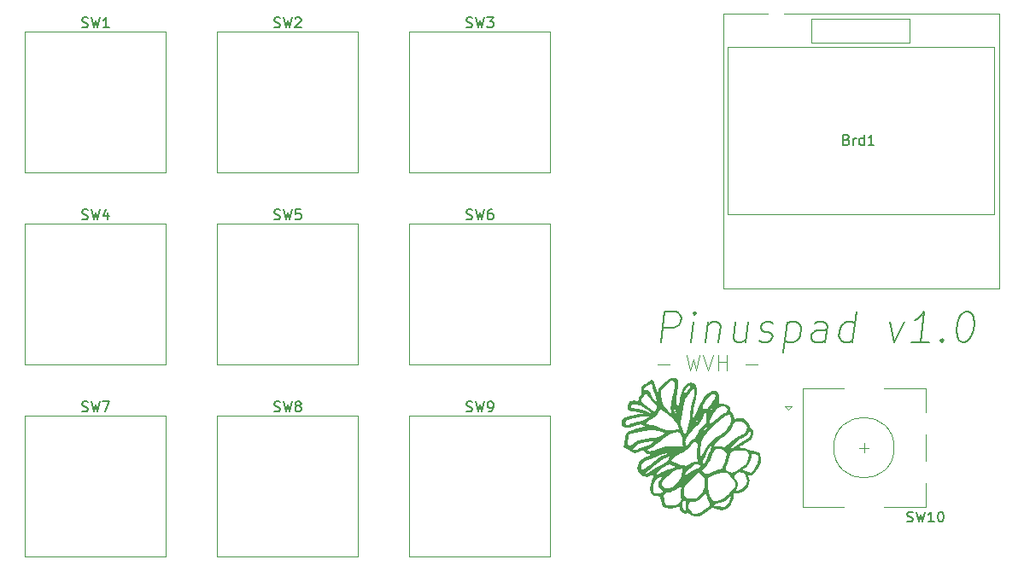
<source format=gto>
%TF.GenerationSoftware,KiCad,Pcbnew,9.0.0*%
%TF.CreationDate,2025-03-01T22:53:14+02:00*%
%TF.ProjectId,hackpad,6861636b-7061-4642-9e6b-696361645f70,rev?*%
%TF.SameCoordinates,Original*%
%TF.FileFunction,Legend,Top*%
%TF.FilePolarity,Positive*%
%FSLAX46Y46*%
G04 Gerber Fmt 4.6, Leading zero omitted, Abs format (unit mm)*
G04 Created by KiCad (PCBNEW 9.0.0) date 2025-03-01 22:53:14*
%MOMM*%
%LPD*%
G01*
G04 APERTURE LIST*
%ADD10C,0.100000*%
%ADD11C,0.200000*%
%ADD12C,0.150000*%
%ADD13C,0.000000*%
%ADD14C,0.120000*%
%ADD15R,2.000000X2.000000*%
%ADD16C,2.000000*%
%ADD17C,3.200000*%
%ADD18C,1.700000*%
%ADD19C,4.000000*%
%ADD20C,2.200000*%
%ADD21O,1.600000X2.000000*%
%ADD22R,1.600000X1.600000*%
%ADD23O,1.600000X1.600000*%
%ADD24C,1.400000*%
%ADD25O,1.400000X1.400000*%
%ADD26C,1.524000*%
G04 APERTURE END LIST*
D10*
X224822931Y-97439800D02*
X225965789Y-97439800D01*
X227680074Y-96511228D02*
X228037217Y-98011228D01*
X228037217Y-98011228D02*
X228322931Y-96939800D01*
X228322931Y-96939800D02*
X228608646Y-98011228D01*
X228608646Y-98011228D02*
X228965789Y-96511228D01*
X229322932Y-96511228D02*
X229822932Y-98011228D01*
X229822932Y-98011228D02*
X230322932Y-96511228D01*
X230822931Y-98011228D02*
X230822931Y-96511228D01*
X230822931Y-97225514D02*
X231680074Y-97225514D01*
X231680074Y-98011228D02*
X231680074Y-96511228D01*
X233537217Y-97439800D02*
X234680075Y-97439800D01*
D11*
X225125000Y-95222457D02*
X225500000Y-92222457D01*
X225500000Y-92222457D02*
X226642857Y-92222457D01*
X226642857Y-92222457D02*
X226910714Y-92365314D01*
X226910714Y-92365314D02*
X227035714Y-92508171D01*
X227035714Y-92508171D02*
X227142857Y-92793885D01*
X227142857Y-92793885D02*
X227089286Y-93222457D01*
X227089286Y-93222457D02*
X226910714Y-93508171D01*
X226910714Y-93508171D02*
X226750000Y-93651028D01*
X226750000Y-93651028D02*
X226446429Y-93793885D01*
X226446429Y-93793885D02*
X225303572Y-93793885D01*
X228125000Y-95222457D02*
X228375000Y-93222457D01*
X228500000Y-92222457D02*
X228339286Y-92365314D01*
X228339286Y-92365314D02*
X228464286Y-92508171D01*
X228464286Y-92508171D02*
X228625000Y-92365314D01*
X228625000Y-92365314D02*
X228500000Y-92222457D01*
X228500000Y-92222457D02*
X228464286Y-92508171D01*
X229803571Y-93222457D02*
X229553571Y-95222457D01*
X229767857Y-93508171D02*
X229928571Y-93365314D01*
X229928571Y-93365314D02*
X230232143Y-93222457D01*
X230232143Y-93222457D02*
X230660714Y-93222457D01*
X230660714Y-93222457D02*
X230928571Y-93365314D01*
X230928571Y-93365314D02*
X231035714Y-93651028D01*
X231035714Y-93651028D02*
X230839285Y-95222457D01*
X233803571Y-93222457D02*
X233553571Y-95222457D01*
X232517857Y-93222457D02*
X232321429Y-94793885D01*
X232321429Y-94793885D02*
X232428571Y-95079600D01*
X232428571Y-95079600D02*
X232696429Y-95222457D01*
X232696429Y-95222457D02*
X233125000Y-95222457D01*
X233125000Y-95222457D02*
X233428571Y-95079600D01*
X233428571Y-95079600D02*
X233589286Y-94936742D01*
X234857143Y-95079600D02*
X235125000Y-95222457D01*
X235125000Y-95222457D02*
X235696429Y-95222457D01*
X235696429Y-95222457D02*
X236000000Y-95079600D01*
X236000000Y-95079600D02*
X236178572Y-94793885D01*
X236178572Y-94793885D02*
X236196429Y-94651028D01*
X236196429Y-94651028D02*
X236089286Y-94365314D01*
X236089286Y-94365314D02*
X235821429Y-94222457D01*
X235821429Y-94222457D02*
X235392857Y-94222457D01*
X235392857Y-94222457D02*
X235125000Y-94079600D01*
X235125000Y-94079600D02*
X235017857Y-93793885D01*
X235017857Y-93793885D02*
X235035715Y-93651028D01*
X235035715Y-93651028D02*
X235214286Y-93365314D01*
X235214286Y-93365314D02*
X235517857Y-93222457D01*
X235517857Y-93222457D02*
X235946429Y-93222457D01*
X235946429Y-93222457D02*
X236214286Y-93365314D01*
X237660714Y-93222457D02*
X237285714Y-96222457D01*
X237642857Y-93365314D02*
X237946428Y-93222457D01*
X237946428Y-93222457D02*
X238517857Y-93222457D01*
X238517857Y-93222457D02*
X238785714Y-93365314D01*
X238785714Y-93365314D02*
X238910714Y-93508171D01*
X238910714Y-93508171D02*
X239017857Y-93793885D01*
X239017857Y-93793885D02*
X238910714Y-94651028D01*
X238910714Y-94651028D02*
X238732143Y-94936742D01*
X238732143Y-94936742D02*
X238571428Y-95079600D01*
X238571428Y-95079600D02*
X238267857Y-95222457D01*
X238267857Y-95222457D02*
X237696428Y-95222457D01*
X237696428Y-95222457D02*
X237428571Y-95079600D01*
X241410714Y-95222457D02*
X241607143Y-93651028D01*
X241607143Y-93651028D02*
X241500000Y-93365314D01*
X241500000Y-93365314D02*
X241232143Y-93222457D01*
X241232143Y-93222457D02*
X240660714Y-93222457D01*
X240660714Y-93222457D02*
X240357143Y-93365314D01*
X241428572Y-95079600D02*
X241125000Y-95222457D01*
X241125000Y-95222457D02*
X240410714Y-95222457D01*
X240410714Y-95222457D02*
X240142857Y-95079600D01*
X240142857Y-95079600D02*
X240035714Y-94793885D01*
X240035714Y-94793885D02*
X240071429Y-94508171D01*
X240071429Y-94508171D02*
X240250000Y-94222457D01*
X240250000Y-94222457D02*
X240553572Y-94079600D01*
X240553572Y-94079600D02*
X241267857Y-94079600D01*
X241267857Y-94079600D02*
X241571429Y-93936742D01*
X244125000Y-95222457D02*
X244500000Y-92222457D01*
X244142858Y-95079600D02*
X243839286Y-95222457D01*
X243839286Y-95222457D02*
X243267858Y-95222457D01*
X243267858Y-95222457D02*
X243000000Y-95079600D01*
X243000000Y-95079600D02*
X242875000Y-94936742D01*
X242875000Y-94936742D02*
X242767858Y-94651028D01*
X242767858Y-94651028D02*
X242875000Y-93793885D01*
X242875000Y-93793885D02*
X243053572Y-93508171D01*
X243053572Y-93508171D02*
X243214286Y-93365314D01*
X243214286Y-93365314D02*
X243517858Y-93222457D01*
X243517858Y-93222457D02*
X244089286Y-93222457D01*
X244089286Y-93222457D02*
X244357143Y-93365314D01*
X247803572Y-93222457D02*
X248267858Y-95222457D01*
X248267858Y-95222457D02*
X249232143Y-93222457D01*
X251696429Y-95222457D02*
X249982143Y-95222457D01*
X250839286Y-95222457D02*
X251214286Y-92222457D01*
X251214286Y-92222457D02*
X250875000Y-92651028D01*
X250875000Y-92651028D02*
X250553572Y-92936742D01*
X250553572Y-92936742D02*
X250250000Y-93079600D01*
X253017857Y-94936742D02*
X253142857Y-95079600D01*
X253142857Y-95079600D02*
X252982143Y-95222457D01*
X252982143Y-95222457D02*
X252857143Y-95079600D01*
X252857143Y-95079600D02*
X253017857Y-94936742D01*
X253017857Y-94936742D02*
X252982143Y-95222457D01*
X255357143Y-92222457D02*
X255642857Y-92222457D01*
X255642857Y-92222457D02*
X255910714Y-92365314D01*
X255910714Y-92365314D02*
X256035714Y-92508171D01*
X256035714Y-92508171D02*
X256142857Y-92793885D01*
X256142857Y-92793885D02*
X256214286Y-93365314D01*
X256214286Y-93365314D02*
X256125000Y-94079600D01*
X256125000Y-94079600D02*
X255910714Y-94651028D01*
X255910714Y-94651028D02*
X255732143Y-94936742D01*
X255732143Y-94936742D02*
X255571428Y-95079600D01*
X255571428Y-95079600D02*
X255267857Y-95222457D01*
X255267857Y-95222457D02*
X254982143Y-95222457D01*
X254982143Y-95222457D02*
X254714286Y-95079600D01*
X254714286Y-95079600D02*
X254589286Y-94936742D01*
X254589286Y-94936742D02*
X254482143Y-94651028D01*
X254482143Y-94651028D02*
X254410714Y-94079600D01*
X254410714Y-94079600D02*
X254500000Y-93365314D01*
X254500000Y-93365314D02*
X254714286Y-92793885D01*
X254714286Y-92793885D02*
X254892857Y-92508171D01*
X254892857Y-92508171D02*
X255053571Y-92365314D01*
X255053571Y-92365314D02*
X255357143Y-92222457D01*
D12*
X249540476Y-113007200D02*
X249683333Y-113054819D01*
X249683333Y-113054819D02*
X249921428Y-113054819D01*
X249921428Y-113054819D02*
X250016666Y-113007200D01*
X250016666Y-113007200D02*
X250064285Y-112959580D01*
X250064285Y-112959580D02*
X250111904Y-112864342D01*
X250111904Y-112864342D02*
X250111904Y-112769104D01*
X250111904Y-112769104D02*
X250064285Y-112673866D01*
X250064285Y-112673866D02*
X250016666Y-112626247D01*
X250016666Y-112626247D02*
X249921428Y-112578628D01*
X249921428Y-112578628D02*
X249730952Y-112531009D01*
X249730952Y-112531009D02*
X249635714Y-112483390D01*
X249635714Y-112483390D02*
X249588095Y-112435771D01*
X249588095Y-112435771D02*
X249540476Y-112340533D01*
X249540476Y-112340533D02*
X249540476Y-112245295D01*
X249540476Y-112245295D02*
X249588095Y-112150057D01*
X249588095Y-112150057D02*
X249635714Y-112102438D01*
X249635714Y-112102438D02*
X249730952Y-112054819D01*
X249730952Y-112054819D02*
X249969047Y-112054819D01*
X249969047Y-112054819D02*
X250111904Y-112102438D01*
X250445238Y-112054819D02*
X250683333Y-113054819D01*
X250683333Y-113054819D02*
X250873809Y-112340533D01*
X250873809Y-112340533D02*
X251064285Y-113054819D01*
X251064285Y-113054819D02*
X251302381Y-112054819D01*
X252207142Y-113054819D02*
X251635714Y-113054819D01*
X251921428Y-113054819D02*
X251921428Y-112054819D01*
X251921428Y-112054819D02*
X251826190Y-112197676D01*
X251826190Y-112197676D02*
X251730952Y-112292914D01*
X251730952Y-112292914D02*
X251635714Y-112340533D01*
X252826190Y-112054819D02*
X252921428Y-112054819D01*
X252921428Y-112054819D02*
X253016666Y-112102438D01*
X253016666Y-112102438D02*
X253064285Y-112150057D01*
X253064285Y-112150057D02*
X253111904Y-112245295D01*
X253111904Y-112245295D02*
X253159523Y-112435771D01*
X253159523Y-112435771D02*
X253159523Y-112673866D01*
X253159523Y-112673866D02*
X253111904Y-112864342D01*
X253111904Y-112864342D02*
X253064285Y-112959580D01*
X253064285Y-112959580D02*
X253016666Y-113007200D01*
X253016666Y-113007200D02*
X252921428Y-113054819D01*
X252921428Y-113054819D02*
X252826190Y-113054819D01*
X252826190Y-113054819D02*
X252730952Y-113007200D01*
X252730952Y-113007200D02*
X252683333Y-112959580D01*
X252683333Y-112959580D02*
X252635714Y-112864342D01*
X252635714Y-112864342D02*
X252588095Y-112673866D01*
X252588095Y-112673866D02*
X252588095Y-112435771D01*
X252588095Y-112435771D02*
X252635714Y-112245295D01*
X252635714Y-112245295D02*
X252683333Y-112150057D01*
X252683333Y-112150057D02*
X252730952Y-112102438D01*
X252730952Y-112102438D02*
X252826190Y-112054819D01*
X186785417Y-83020700D02*
X186928274Y-83068319D01*
X186928274Y-83068319D02*
X187166369Y-83068319D01*
X187166369Y-83068319D02*
X187261607Y-83020700D01*
X187261607Y-83020700D02*
X187309226Y-82973080D01*
X187309226Y-82973080D02*
X187356845Y-82877842D01*
X187356845Y-82877842D02*
X187356845Y-82782604D01*
X187356845Y-82782604D02*
X187309226Y-82687366D01*
X187309226Y-82687366D02*
X187261607Y-82639747D01*
X187261607Y-82639747D02*
X187166369Y-82592128D01*
X187166369Y-82592128D02*
X186975893Y-82544509D01*
X186975893Y-82544509D02*
X186880655Y-82496890D01*
X186880655Y-82496890D02*
X186833036Y-82449271D01*
X186833036Y-82449271D02*
X186785417Y-82354033D01*
X186785417Y-82354033D02*
X186785417Y-82258795D01*
X186785417Y-82258795D02*
X186833036Y-82163557D01*
X186833036Y-82163557D02*
X186880655Y-82115938D01*
X186880655Y-82115938D02*
X186975893Y-82068319D01*
X186975893Y-82068319D02*
X187213988Y-82068319D01*
X187213988Y-82068319D02*
X187356845Y-82115938D01*
X187690179Y-82068319D02*
X187928274Y-83068319D01*
X187928274Y-83068319D02*
X188118750Y-82354033D01*
X188118750Y-82354033D02*
X188309226Y-83068319D01*
X188309226Y-83068319D02*
X188547322Y-82068319D01*
X189404464Y-82068319D02*
X188928274Y-82068319D01*
X188928274Y-82068319D02*
X188880655Y-82544509D01*
X188880655Y-82544509D02*
X188928274Y-82496890D01*
X188928274Y-82496890D02*
X189023512Y-82449271D01*
X189023512Y-82449271D02*
X189261607Y-82449271D01*
X189261607Y-82449271D02*
X189356845Y-82496890D01*
X189356845Y-82496890D02*
X189404464Y-82544509D01*
X189404464Y-82544509D02*
X189452083Y-82639747D01*
X189452083Y-82639747D02*
X189452083Y-82877842D01*
X189452083Y-82877842D02*
X189404464Y-82973080D01*
X189404464Y-82973080D02*
X189356845Y-83020700D01*
X189356845Y-83020700D02*
X189261607Y-83068319D01*
X189261607Y-83068319D02*
X189023512Y-83068319D01*
X189023512Y-83068319D02*
X188928274Y-83020700D01*
X188928274Y-83020700D02*
X188880655Y-82973080D01*
X205835417Y-83020700D02*
X205978274Y-83068319D01*
X205978274Y-83068319D02*
X206216369Y-83068319D01*
X206216369Y-83068319D02*
X206311607Y-83020700D01*
X206311607Y-83020700D02*
X206359226Y-82973080D01*
X206359226Y-82973080D02*
X206406845Y-82877842D01*
X206406845Y-82877842D02*
X206406845Y-82782604D01*
X206406845Y-82782604D02*
X206359226Y-82687366D01*
X206359226Y-82687366D02*
X206311607Y-82639747D01*
X206311607Y-82639747D02*
X206216369Y-82592128D01*
X206216369Y-82592128D02*
X206025893Y-82544509D01*
X206025893Y-82544509D02*
X205930655Y-82496890D01*
X205930655Y-82496890D02*
X205883036Y-82449271D01*
X205883036Y-82449271D02*
X205835417Y-82354033D01*
X205835417Y-82354033D02*
X205835417Y-82258795D01*
X205835417Y-82258795D02*
X205883036Y-82163557D01*
X205883036Y-82163557D02*
X205930655Y-82115938D01*
X205930655Y-82115938D02*
X206025893Y-82068319D01*
X206025893Y-82068319D02*
X206263988Y-82068319D01*
X206263988Y-82068319D02*
X206406845Y-82115938D01*
X206740179Y-82068319D02*
X206978274Y-83068319D01*
X206978274Y-83068319D02*
X207168750Y-82354033D01*
X207168750Y-82354033D02*
X207359226Y-83068319D01*
X207359226Y-83068319D02*
X207597322Y-82068319D01*
X208406845Y-82068319D02*
X208216369Y-82068319D01*
X208216369Y-82068319D02*
X208121131Y-82115938D01*
X208121131Y-82115938D02*
X208073512Y-82163557D01*
X208073512Y-82163557D02*
X207978274Y-82306414D01*
X207978274Y-82306414D02*
X207930655Y-82496890D01*
X207930655Y-82496890D02*
X207930655Y-82877842D01*
X207930655Y-82877842D02*
X207978274Y-82973080D01*
X207978274Y-82973080D02*
X208025893Y-83020700D01*
X208025893Y-83020700D02*
X208121131Y-83068319D01*
X208121131Y-83068319D02*
X208311607Y-83068319D01*
X208311607Y-83068319D02*
X208406845Y-83020700D01*
X208406845Y-83020700D02*
X208454464Y-82973080D01*
X208454464Y-82973080D02*
X208502083Y-82877842D01*
X208502083Y-82877842D02*
X208502083Y-82639747D01*
X208502083Y-82639747D02*
X208454464Y-82544509D01*
X208454464Y-82544509D02*
X208406845Y-82496890D01*
X208406845Y-82496890D02*
X208311607Y-82449271D01*
X208311607Y-82449271D02*
X208121131Y-82449271D01*
X208121131Y-82449271D02*
X208025893Y-82496890D01*
X208025893Y-82496890D02*
X207978274Y-82544509D01*
X207978274Y-82544509D02*
X207930655Y-82639747D01*
X186785417Y-102070700D02*
X186928274Y-102118319D01*
X186928274Y-102118319D02*
X187166369Y-102118319D01*
X187166369Y-102118319D02*
X187261607Y-102070700D01*
X187261607Y-102070700D02*
X187309226Y-102023080D01*
X187309226Y-102023080D02*
X187356845Y-101927842D01*
X187356845Y-101927842D02*
X187356845Y-101832604D01*
X187356845Y-101832604D02*
X187309226Y-101737366D01*
X187309226Y-101737366D02*
X187261607Y-101689747D01*
X187261607Y-101689747D02*
X187166369Y-101642128D01*
X187166369Y-101642128D02*
X186975893Y-101594509D01*
X186975893Y-101594509D02*
X186880655Y-101546890D01*
X186880655Y-101546890D02*
X186833036Y-101499271D01*
X186833036Y-101499271D02*
X186785417Y-101404033D01*
X186785417Y-101404033D02*
X186785417Y-101308795D01*
X186785417Y-101308795D02*
X186833036Y-101213557D01*
X186833036Y-101213557D02*
X186880655Y-101165938D01*
X186880655Y-101165938D02*
X186975893Y-101118319D01*
X186975893Y-101118319D02*
X187213988Y-101118319D01*
X187213988Y-101118319D02*
X187356845Y-101165938D01*
X187690179Y-101118319D02*
X187928274Y-102118319D01*
X187928274Y-102118319D02*
X188118750Y-101404033D01*
X188118750Y-101404033D02*
X188309226Y-102118319D01*
X188309226Y-102118319D02*
X188547322Y-101118319D01*
X189071131Y-101546890D02*
X188975893Y-101499271D01*
X188975893Y-101499271D02*
X188928274Y-101451652D01*
X188928274Y-101451652D02*
X188880655Y-101356414D01*
X188880655Y-101356414D02*
X188880655Y-101308795D01*
X188880655Y-101308795D02*
X188928274Y-101213557D01*
X188928274Y-101213557D02*
X188975893Y-101165938D01*
X188975893Y-101165938D02*
X189071131Y-101118319D01*
X189071131Y-101118319D02*
X189261607Y-101118319D01*
X189261607Y-101118319D02*
X189356845Y-101165938D01*
X189356845Y-101165938D02*
X189404464Y-101213557D01*
X189404464Y-101213557D02*
X189452083Y-101308795D01*
X189452083Y-101308795D02*
X189452083Y-101356414D01*
X189452083Y-101356414D02*
X189404464Y-101451652D01*
X189404464Y-101451652D02*
X189356845Y-101499271D01*
X189356845Y-101499271D02*
X189261607Y-101546890D01*
X189261607Y-101546890D02*
X189071131Y-101546890D01*
X189071131Y-101546890D02*
X188975893Y-101594509D01*
X188975893Y-101594509D02*
X188928274Y-101642128D01*
X188928274Y-101642128D02*
X188880655Y-101737366D01*
X188880655Y-101737366D02*
X188880655Y-101927842D01*
X188880655Y-101927842D02*
X188928274Y-102023080D01*
X188928274Y-102023080D02*
X188975893Y-102070700D01*
X188975893Y-102070700D02*
X189071131Y-102118319D01*
X189071131Y-102118319D02*
X189261607Y-102118319D01*
X189261607Y-102118319D02*
X189356845Y-102070700D01*
X189356845Y-102070700D02*
X189404464Y-102023080D01*
X189404464Y-102023080D02*
X189452083Y-101927842D01*
X189452083Y-101927842D02*
X189452083Y-101737366D01*
X189452083Y-101737366D02*
X189404464Y-101642128D01*
X189404464Y-101642128D02*
X189356845Y-101594509D01*
X189356845Y-101594509D02*
X189261607Y-101546890D01*
X243533333Y-75135009D02*
X243676190Y-75182628D01*
X243676190Y-75182628D02*
X243723809Y-75230247D01*
X243723809Y-75230247D02*
X243771428Y-75325485D01*
X243771428Y-75325485D02*
X243771428Y-75468342D01*
X243771428Y-75468342D02*
X243723809Y-75563580D01*
X243723809Y-75563580D02*
X243676190Y-75611200D01*
X243676190Y-75611200D02*
X243580952Y-75658819D01*
X243580952Y-75658819D02*
X243200000Y-75658819D01*
X243200000Y-75658819D02*
X243200000Y-74658819D01*
X243200000Y-74658819D02*
X243533333Y-74658819D01*
X243533333Y-74658819D02*
X243628571Y-74706438D01*
X243628571Y-74706438D02*
X243676190Y-74754057D01*
X243676190Y-74754057D02*
X243723809Y-74849295D01*
X243723809Y-74849295D02*
X243723809Y-74944533D01*
X243723809Y-74944533D02*
X243676190Y-75039771D01*
X243676190Y-75039771D02*
X243628571Y-75087390D01*
X243628571Y-75087390D02*
X243533333Y-75135009D01*
X243533333Y-75135009D02*
X243200000Y-75135009D01*
X244200000Y-75658819D02*
X244200000Y-74992152D01*
X244200000Y-75182628D02*
X244247619Y-75087390D01*
X244247619Y-75087390D02*
X244295238Y-75039771D01*
X244295238Y-75039771D02*
X244390476Y-74992152D01*
X244390476Y-74992152D02*
X244485714Y-74992152D01*
X245247619Y-75658819D02*
X245247619Y-74658819D01*
X245247619Y-75611200D02*
X245152381Y-75658819D01*
X245152381Y-75658819D02*
X244961905Y-75658819D01*
X244961905Y-75658819D02*
X244866667Y-75611200D01*
X244866667Y-75611200D02*
X244819048Y-75563580D01*
X244819048Y-75563580D02*
X244771429Y-75468342D01*
X244771429Y-75468342D02*
X244771429Y-75182628D01*
X244771429Y-75182628D02*
X244819048Y-75087390D01*
X244819048Y-75087390D02*
X244866667Y-75039771D01*
X244866667Y-75039771D02*
X244961905Y-74992152D01*
X244961905Y-74992152D02*
X245152381Y-74992152D01*
X245152381Y-74992152D02*
X245247619Y-75039771D01*
X246247619Y-75658819D02*
X245676191Y-75658819D01*
X245961905Y-75658819D02*
X245961905Y-74658819D01*
X245961905Y-74658819D02*
X245866667Y-74801676D01*
X245866667Y-74801676D02*
X245771429Y-74896914D01*
X245771429Y-74896914D02*
X245676191Y-74944533D01*
X205835417Y-63970700D02*
X205978274Y-64018319D01*
X205978274Y-64018319D02*
X206216369Y-64018319D01*
X206216369Y-64018319D02*
X206311607Y-63970700D01*
X206311607Y-63970700D02*
X206359226Y-63923080D01*
X206359226Y-63923080D02*
X206406845Y-63827842D01*
X206406845Y-63827842D02*
X206406845Y-63732604D01*
X206406845Y-63732604D02*
X206359226Y-63637366D01*
X206359226Y-63637366D02*
X206311607Y-63589747D01*
X206311607Y-63589747D02*
X206216369Y-63542128D01*
X206216369Y-63542128D02*
X206025893Y-63494509D01*
X206025893Y-63494509D02*
X205930655Y-63446890D01*
X205930655Y-63446890D02*
X205883036Y-63399271D01*
X205883036Y-63399271D02*
X205835417Y-63304033D01*
X205835417Y-63304033D02*
X205835417Y-63208795D01*
X205835417Y-63208795D02*
X205883036Y-63113557D01*
X205883036Y-63113557D02*
X205930655Y-63065938D01*
X205930655Y-63065938D02*
X206025893Y-63018319D01*
X206025893Y-63018319D02*
X206263988Y-63018319D01*
X206263988Y-63018319D02*
X206406845Y-63065938D01*
X206740179Y-63018319D02*
X206978274Y-64018319D01*
X206978274Y-64018319D02*
X207168750Y-63304033D01*
X207168750Y-63304033D02*
X207359226Y-64018319D01*
X207359226Y-64018319D02*
X207597322Y-63018319D01*
X207883036Y-63018319D02*
X208502083Y-63018319D01*
X208502083Y-63018319D02*
X208168750Y-63399271D01*
X208168750Y-63399271D02*
X208311607Y-63399271D01*
X208311607Y-63399271D02*
X208406845Y-63446890D01*
X208406845Y-63446890D02*
X208454464Y-63494509D01*
X208454464Y-63494509D02*
X208502083Y-63589747D01*
X208502083Y-63589747D02*
X208502083Y-63827842D01*
X208502083Y-63827842D02*
X208454464Y-63923080D01*
X208454464Y-63923080D02*
X208406845Y-63970700D01*
X208406845Y-63970700D02*
X208311607Y-64018319D01*
X208311607Y-64018319D02*
X208025893Y-64018319D01*
X208025893Y-64018319D02*
X207930655Y-63970700D01*
X207930655Y-63970700D02*
X207883036Y-63923080D01*
X167735417Y-102070700D02*
X167878274Y-102118319D01*
X167878274Y-102118319D02*
X168116369Y-102118319D01*
X168116369Y-102118319D02*
X168211607Y-102070700D01*
X168211607Y-102070700D02*
X168259226Y-102023080D01*
X168259226Y-102023080D02*
X168306845Y-101927842D01*
X168306845Y-101927842D02*
X168306845Y-101832604D01*
X168306845Y-101832604D02*
X168259226Y-101737366D01*
X168259226Y-101737366D02*
X168211607Y-101689747D01*
X168211607Y-101689747D02*
X168116369Y-101642128D01*
X168116369Y-101642128D02*
X167925893Y-101594509D01*
X167925893Y-101594509D02*
X167830655Y-101546890D01*
X167830655Y-101546890D02*
X167783036Y-101499271D01*
X167783036Y-101499271D02*
X167735417Y-101404033D01*
X167735417Y-101404033D02*
X167735417Y-101308795D01*
X167735417Y-101308795D02*
X167783036Y-101213557D01*
X167783036Y-101213557D02*
X167830655Y-101165938D01*
X167830655Y-101165938D02*
X167925893Y-101118319D01*
X167925893Y-101118319D02*
X168163988Y-101118319D01*
X168163988Y-101118319D02*
X168306845Y-101165938D01*
X168640179Y-101118319D02*
X168878274Y-102118319D01*
X168878274Y-102118319D02*
X169068750Y-101404033D01*
X169068750Y-101404033D02*
X169259226Y-102118319D01*
X169259226Y-102118319D02*
X169497322Y-101118319D01*
X169783036Y-101118319D02*
X170449702Y-101118319D01*
X170449702Y-101118319D02*
X170021131Y-102118319D01*
X205835417Y-102070700D02*
X205978274Y-102118319D01*
X205978274Y-102118319D02*
X206216369Y-102118319D01*
X206216369Y-102118319D02*
X206311607Y-102070700D01*
X206311607Y-102070700D02*
X206359226Y-102023080D01*
X206359226Y-102023080D02*
X206406845Y-101927842D01*
X206406845Y-101927842D02*
X206406845Y-101832604D01*
X206406845Y-101832604D02*
X206359226Y-101737366D01*
X206359226Y-101737366D02*
X206311607Y-101689747D01*
X206311607Y-101689747D02*
X206216369Y-101642128D01*
X206216369Y-101642128D02*
X206025893Y-101594509D01*
X206025893Y-101594509D02*
X205930655Y-101546890D01*
X205930655Y-101546890D02*
X205883036Y-101499271D01*
X205883036Y-101499271D02*
X205835417Y-101404033D01*
X205835417Y-101404033D02*
X205835417Y-101308795D01*
X205835417Y-101308795D02*
X205883036Y-101213557D01*
X205883036Y-101213557D02*
X205930655Y-101165938D01*
X205930655Y-101165938D02*
X206025893Y-101118319D01*
X206025893Y-101118319D02*
X206263988Y-101118319D01*
X206263988Y-101118319D02*
X206406845Y-101165938D01*
X206740179Y-101118319D02*
X206978274Y-102118319D01*
X206978274Y-102118319D02*
X207168750Y-101404033D01*
X207168750Y-101404033D02*
X207359226Y-102118319D01*
X207359226Y-102118319D02*
X207597322Y-101118319D01*
X208025893Y-102118319D02*
X208216369Y-102118319D01*
X208216369Y-102118319D02*
X208311607Y-102070700D01*
X208311607Y-102070700D02*
X208359226Y-102023080D01*
X208359226Y-102023080D02*
X208454464Y-101880223D01*
X208454464Y-101880223D02*
X208502083Y-101689747D01*
X208502083Y-101689747D02*
X208502083Y-101308795D01*
X208502083Y-101308795D02*
X208454464Y-101213557D01*
X208454464Y-101213557D02*
X208406845Y-101165938D01*
X208406845Y-101165938D02*
X208311607Y-101118319D01*
X208311607Y-101118319D02*
X208121131Y-101118319D01*
X208121131Y-101118319D02*
X208025893Y-101165938D01*
X208025893Y-101165938D02*
X207978274Y-101213557D01*
X207978274Y-101213557D02*
X207930655Y-101308795D01*
X207930655Y-101308795D02*
X207930655Y-101546890D01*
X207930655Y-101546890D02*
X207978274Y-101642128D01*
X207978274Y-101642128D02*
X208025893Y-101689747D01*
X208025893Y-101689747D02*
X208121131Y-101737366D01*
X208121131Y-101737366D02*
X208311607Y-101737366D01*
X208311607Y-101737366D02*
X208406845Y-101689747D01*
X208406845Y-101689747D02*
X208454464Y-101642128D01*
X208454464Y-101642128D02*
X208502083Y-101546890D01*
X167735417Y-83020700D02*
X167878274Y-83068319D01*
X167878274Y-83068319D02*
X168116369Y-83068319D01*
X168116369Y-83068319D02*
X168211607Y-83020700D01*
X168211607Y-83020700D02*
X168259226Y-82973080D01*
X168259226Y-82973080D02*
X168306845Y-82877842D01*
X168306845Y-82877842D02*
X168306845Y-82782604D01*
X168306845Y-82782604D02*
X168259226Y-82687366D01*
X168259226Y-82687366D02*
X168211607Y-82639747D01*
X168211607Y-82639747D02*
X168116369Y-82592128D01*
X168116369Y-82592128D02*
X167925893Y-82544509D01*
X167925893Y-82544509D02*
X167830655Y-82496890D01*
X167830655Y-82496890D02*
X167783036Y-82449271D01*
X167783036Y-82449271D02*
X167735417Y-82354033D01*
X167735417Y-82354033D02*
X167735417Y-82258795D01*
X167735417Y-82258795D02*
X167783036Y-82163557D01*
X167783036Y-82163557D02*
X167830655Y-82115938D01*
X167830655Y-82115938D02*
X167925893Y-82068319D01*
X167925893Y-82068319D02*
X168163988Y-82068319D01*
X168163988Y-82068319D02*
X168306845Y-82115938D01*
X168640179Y-82068319D02*
X168878274Y-83068319D01*
X168878274Y-83068319D02*
X169068750Y-82354033D01*
X169068750Y-82354033D02*
X169259226Y-83068319D01*
X169259226Y-83068319D02*
X169497322Y-82068319D01*
X170306845Y-82401652D02*
X170306845Y-83068319D01*
X170068750Y-82020700D02*
X169830655Y-82734985D01*
X169830655Y-82734985D02*
X170449702Y-82734985D01*
X186785417Y-63970700D02*
X186928274Y-64018319D01*
X186928274Y-64018319D02*
X187166369Y-64018319D01*
X187166369Y-64018319D02*
X187261607Y-63970700D01*
X187261607Y-63970700D02*
X187309226Y-63923080D01*
X187309226Y-63923080D02*
X187356845Y-63827842D01*
X187356845Y-63827842D02*
X187356845Y-63732604D01*
X187356845Y-63732604D02*
X187309226Y-63637366D01*
X187309226Y-63637366D02*
X187261607Y-63589747D01*
X187261607Y-63589747D02*
X187166369Y-63542128D01*
X187166369Y-63542128D02*
X186975893Y-63494509D01*
X186975893Y-63494509D02*
X186880655Y-63446890D01*
X186880655Y-63446890D02*
X186833036Y-63399271D01*
X186833036Y-63399271D02*
X186785417Y-63304033D01*
X186785417Y-63304033D02*
X186785417Y-63208795D01*
X186785417Y-63208795D02*
X186833036Y-63113557D01*
X186833036Y-63113557D02*
X186880655Y-63065938D01*
X186880655Y-63065938D02*
X186975893Y-63018319D01*
X186975893Y-63018319D02*
X187213988Y-63018319D01*
X187213988Y-63018319D02*
X187356845Y-63065938D01*
X187690179Y-63018319D02*
X187928274Y-64018319D01*
X187928274Y-64018319D02*
X188118750Y-63304033D01*
X188118750Y-63304033D02*
X188309226Y-64018319D01*
X188309226Y-64018319D02*
X188547322Y-63018319D01*
X188880655Y-63113557D02*
X188928274Y-63065938D01*
X188928274Y-63065938D02*
X189023512Y-63018319D01*
X189023512Y-63018319D02*
X189261607Y-63018319D01*
X189261607Y-63018319D02*
X189356845Y-63065938D01*
X189356845Y-63065938D02*
X189404464Y-63113557D01*
X189404464Y-63113557D02*
X189452083Y-63208795D01*
X189452083Y-63208795D02*
X189452083Y-63304033D01*
X189452083Y-63304033D02*
X189404464Y-63446890D01*
X189404464Y-63446890D02*
X188833036Y-64018319D01*
X188833036Y-64018319D02*
X189452083Y-64018319D01*
X167735417Y-63970700D02*
X167878274Y-64018319D01*
X167878274Y-64018319D02*
X168116369Y-64018319D01*
X168116369Y-64018319D02*
X168211607Y-63970700D01*
X168211607Y-63970700D02*
X168259226Y-63923080D01*
X168259226Y-63923080D02*
X168306845Y-63827842D01*
X168306845Y-63827842D02*
X168306845Y-63732604D01*
X168306845Y-63732604D02*
X168259226Y-63637366D01*
X168259226Y-63637366D02*
X168211607Y-63589747D01*
X168211607Y-63589747D02*
X168116369Y-63542128D01*
X168116369Y-63542128D02*
X167925893Y-63494509D01*
X167925893Y-63494509D02*
X167830655Y-63446890D01*
X167830655Y-63446890D02*
X167783036Y-63399271D01*
X167783036Y-63399271D02*
X167735417Y-63304033D01*
X167735417Y-63304033D02*
X167735417Y-63208795D01*
X167735417Y-63208795D02*
X167783036Y-63113557D01*
X167783036Y-63113557D02*
X167830655Y-63065938D01*
X167830655Y-63065938D02*
X167925893Y-63018319D01*
X167925893Y-63018319D02*
X168163988Y-63018319D01*
X168163988Y-63018319D02*
X168306845Y-63065938D01*
X168640179Y-63018319D02*
X168878274Y-64018319D01*
X168878274Y-64018319D02*
X169068750Y-63304033D01*
X169068750Y-63304033D02*
X169259226Y-64018319D01*
X169259226Y-64018319D02*
X169497322Y-63018319D01*
X170402083Y-64018319D02*
X169830655Y-64018319D01*
X170116369Y-64018319D02*
X170116369Y-63018319D01*
X170116369Y-63018319D02*
X170021131Y-63161176D01*
X170021131Y-63161176D02*
X169925893Y-63256414D01*
X169925893Y-63256414D02*
X169830655Y-63304033D01*
D13*
G36*
X226301594Y-98796438D02*
G01*
X226544535Y-98834581D01*
X226720668Y-98901503D01*
X226743646Y-98919144D01*
X226815083Y-99084439D01*
X226843412Y-99375745D01*
X226828964Y-99755408D01*
X226772071Y-100185775D01*
X226730639Y-100395419D01*
X226691393Y-100673517D01*
X226679927Y-100984944D01*
X226693375Y-101283874D01*
X226728875Y-101524484D01*
X226783560Y-101660947D01*
X226810701Y-101676144D01*
X226841052Y-101599774D01*
X226896291Y-101391770D01*
X226967800Y-101086482D01*
X227026720Y-100815301D01*
X227084724Y-100589920D01*
X227166899Y-100270616D01*
X227404028Y-100270616D01*
X227439384Y-100284582D01*
X227553617Y-100198634D01*
X227738841Y-100031177D01*
X227946849Y-99827549D01*
X228040465Y-99698888D01*
X228038680Y-99615833D01*
X228021315Y-99594346D01*
X227909327Y-99585012D01*
X227752896Y-99685513D01*
X227591076Y-99858374D01*
X227462928Y-100066119D01*
X227425075Y-100166423D01*
X227404028Y-100270616D01*
X227166899Y-100270616D01*
X227174743Y-100240136D01*
X227351820Y-99807763D01*
X227571747Y-99492328D01*
X227848320Y-99267980D01*
X227854439Y-99264295D01*
X228069575Y-99222253D01*
X228318266Y-99287827D01*
X228533534Y-99432374D01*
X228641778Y-99600982D01*
X228669527Y-99790054D01*
X228676922Y-100063730D01*
X228666688Y-100366480D01*
X228641546Y-100642777D01*
X228604223Y-100837091D01*
X228578554Y-100889869D01*
X228544958Y-100990135D01*
X228497225Y-101215224D01*
X228441511Y-101524987D01*
X228383981Y-101879277D01*
X228330797Y-102237945D01*
X228288120Y-102560841D01*
X228262113Y-102807818D01*
X228258936Y-102938727D01*
X228262563Y-102948750D01*
X228303433Y-102891235D01*
X228383340Y-102719717D01*
X228423951Y-102621864D01*
X228440354Y-102582338D01*
X228575668Y-102277902D01*
X228760567Y-101907100D01*
X228864835Y-101711839D01*
X229247907Y-101711839D01*
X229253053Y-101792761D01*
X229323498Y-101809036D01*
X229331989Y-101808349D01*
X229515120Y-101836052D01*
X229590135Y-101881587D01*
X229678420Y-101910531D01*
X229779989Y-101799903D01*
X229801986Y-101764162D01*
X229919614Y-101581447D01*
X230093206Y-101328144D01*
X230226359Y-101140839D01*
X230443108Y-100798175D01*
X230527011Y-100554344D01*
X230477737Y-100411205D01*
X230363000Y-100371837D01*
X230102091Y-100430405D01*
X229836800Y-100655120D01*
X229565821Y-101047247D01*
X229458191Y-101246065D01*
X229314228Y-101538772D01*
X229247907Y-101711839D01*
X228864835Y-101711839D01*
X228973742Y-101507891D01*
X229193886Y-101118236D01*
X229399689Y-100776098D01*
X229569843Y-100519438D01*
X229663056Y-100404052D01*
X229935433Y-100210994D01*
X230252101Y-100100689D01*
X230542432Y-100096369D01*
X230573653Y-100104529D01*
X230795041Y-100241178D01*
X230909640Y-100491666D01*
X230922367Y-100867880D01*
X230916142Y-100932714D01*
X230868427Y-101370948D01*
X231212619Y-101359228D01*
X231583798Y-101396764D01*
X231839369Y-101531697D01*
X231963360Y-101754239D01*
X231972043Y-101824635D01*
X232026815Y-102033887D01*
X232119281Y-102157184D01*
X232227292Y-102298804D01*
X232323322Y-102526580D01*
X232339353Y-102582756D01*
X232406202Y-102790432D01*
X232467874Y-102851602D01*
X232505681Y-102829843D01*
X232632698Y-102786853D01*
X232862176Y-102770554D01*
X232994552Y-102774718D01*
X233245859Y-102801781D01*
X233410541Y-102867689D01*
X233558672Y-103011489D01*
X233667380Y-103149585D01*
X233830790Y-103381020D01*
X233949338Y-103579904D01*
X233980592Y-103651191D01*
X234086754Y-103812277D01*
X234159583Y-103862869D01*
X234283108Y-104004948D01*
X234293878Y-104271594D01*
X234214011Y-104598257D01*
X234145925Y-104788797D01*
X234066712Y-104911276D01*
X233930895Y-105010462D01*
X233692998Y-105131123D01*
X233653343Y-105150174D01*
X233375696Y-105297580D01*
X233141440Y-105446462D01*
X233039739Y-105528677D01*
X232878137Y-105690279D01*
X233146872Y-105698669D01*
X233352599Y-105721821D01*
X233474470Y-105765951D01*
X233475397Y-105766848D01*
X233581289Y-105814499D01*
X233807267Y-105886332D01*
X234108443Y-105968334D01*
X234171712Y-105984217D01*
X234493482Y-106075172D01*
X234758862Y-106170713D01*
X234917149Y-106252217D01*
X234928733Y-106262291D01*
X234998636Y-106411398D01*
X235046857Y-106662531D01*
X235059269Y-106841840D01*
X235031259Y-107215357D01*
X234908350Y-107537415D01*
X234819370Y-107685466D01*
X234552480Y-108064225D01*
X234329722Y-108302361D01*
X234131750Y-108416231D01*
X233946370Y-108423688D01*
X233721892Y-108378759D01*
X233849515Y-108690511D01*
X233925931Y-108969786D01*
X233897740Y-109227824D01*
X233753250Y-109509688D01*
X233575541Y-109746665D01*
X233233219Y-110066259D01*
X232859629Y-110228133D01*
X232505589Y-110233619D01*
X232350722Y-110218795D01*
X232322075Y-110270525D01*
X232344545Y-110330890D01*
X232351145Y-110497321D01*
X232293129Y-110755986D01*
X232190198Y-111052275D01*
X232062054Y-111331576D01*
X231928399Y-111539276D01*
X231896126Y-111573907D01*
X231683310Y-111736571D01*
X231515587Y-111829401D01*
X231189886Y-111896362D01*
X230780284Y-111842680D01*
X230486386Y-111752134D01*
X230270255Y-111687891D01*
X230115305Y-111700503D01*
X229949169Y-111806723D01*
X229911115Y-111839110D01*
X229836547Y-111902573D01*
X229349538Y-112270033D01*
X228906472Y-112482926D01*
X228511937Y-112540270D01*
X228170518Y-112441082D01*
X227986206Y-112299228D01*
X227966984Y-112284768D01*
X227820528Y-112174587D01*
X227710933Y-112174591D01*
X227710526Y-112174994D01*
X227559290Y-112222885D01*
X227364799Y-112161975D01*
X227223417Y-112060411D01*
X227175375Y-112025898D01*
X227039336Y-111848288D01*
X227002357Y-111682052D01*
X226992055Y-111577367D01*
X226905126Y-111561593D01*
X226731929Y-111612985D01*
X226473194Y-111674390D01*
X226471827Y-111674562D01*
X226147219Y-111715547D01*
X225999791Y-111723515D01*
X225626177Y-111688902D01*
X225380951Y-111554951D01*
X225328874Y-111459281D01*
X225247454Y-111309704D01*
X225219845Y-111163680D01*
X225164807Y-110895032D01*
X225092452Y-110682372D01*
X225014469Y-110560209D01*
X225361683Y-110560209D01*
X225377454Y-110600474D01*
X225444307Y-110736819D01*
X225491309Y-110951206D01*
X225491666Y-110954161D01*
X225563965Y-111224190D01*
X225719327Y-111379443D01*
X225984866Y-111437444D01*
X226229795Y-111431264D01*
X226540480Y-111393118D01*
X226746194Y-111314060D01*
X226839958Y-111225179D01*
X227214148Y-111225179D01*
X227237651Y-111471188D01*
X227306853Y-111711962D01*
X227406128Y-111877700D01*
X227444805Y-111904939D01*
X227539532Y-111938594D01*
X227591858Y-111908694D01*
X227617617Y-111780881D01*
X227626169Y-111632852D01*
X227879355Y-111632852D01*
X227977532Y-111869472D01*
X228159703Y-112092049D01*
X228358212Y-112236576D01*
X228594566Y-112266668D01*
X228900999Y-112181511D01*
X229147037Y-112067044D01*
X229493865Y-111873995D01*
X229721122Y-111701987D01*
X229869156Y-111516382D01*
X229933109Y-111392217D01*
X229933250Y-111391229D01*
X230358995Y-111391229D01*
X230496870Y-111459029D01*
X230707094Y-111509306D01*
X230892726Y-111520541D01*
X230920100Y-111515776D01*
X231086667Y-111536254D01*
X231137795Y-111571347D01*
X231289858Y-111620139D01*
X231484147Y-111541938D01*
X231691017Y-111363072D01*
X231880816Y-111109867D01*
X232023897Y-110808653D01*
X232035312Y-110774345D01*
X232094430Y-110536295D01*
X232072619Y-110447004D01*
X232072590Y-110446885D01*
X231969339Y-110505895D01*
X231819168Y-110670242D01*
X231654512Y-110845137D01*
X231470851Y-110971825D01*
X231214809Y-111080719D01*
X230944568Y-111168580D01*
X230656174Y-111261956D01*
X230448828Y-111339148D01*
X230359194Y-111386216D01*
X230358995Y-111391229D01*
X229933250Y-111391229D01*
X229961256Y-111195440D01*
X229965116Y-111168453D01*
X229892499Y-111043682D01*
X229782639Y-110867986D01*
X229699860Y-110626378D01*
X229696051Y-110608549D01*
X229642875Y-110396764D01*
X229591660Y-110267214D01*
X229585354Y-110259168D01*
X229505774Y-110286894D01*
X229354906Y-110412564D01*
X229233967Y-110535609D01*
X228993911Y-110790192D01*
X228820485Y-110945173D01*
X228668008Y-111027680D01*
X228490796Y-111064837D01*
X228318879Y-111078956D01*
X228078993Y-111100032D01*
X227958123Y-111144067D01*
X227906236Y-111243863D01*
X227884255Y-111363909D01*
X227879355Y-111632852D01*
X227626169Y-111632852D01*
X227632642Y-111520796D01*
X227633783Y-111494881D01*
X227617879Y-111186253D01*
X227549861Y-110979817D01*
X227445766Y-110894524D01*
X227321630Y-110949325D01*
X227251974Y-111043734D01*
X227214148Y-111225179D01*
X226839958Y-111225179D01*
X226911241Y-111157609D01*
X227046876Y-110967759D01*
X227128708Y-110791317D01*
X227122839Y-110669969D01*
X227119320Y-110666026D01*
X227088203Y-110547220D01*
X227083587Y-110313947D01*
X227102741Y-110056820D01*
X227403017Y-110056820D01*
X227412620Y-110387451D01*
X227537130Y-110609259D01*
X227788968Y-110733718D01*
X228177271Y-110772306D01*
X228649994Y-110772306D01*
X229048075Y-110296072D01*
X229262453Y-110025729D01*
X229382287Y-109827162D01*
X229431605Y-109651262D01*
X229436690Y-109501820D01*
X229441449Y-109246111D01*
X229761420Y-109246111D01*
X229782155Y-109662750D01*
X229861255Y-110088466D01*
X229984402Y-110474944D01*
X230137277Y-110773870D01*
X230252756Y-110903940D01*
X230402624Y-110974452D01*
X230610347Y-110971016D01*
X230922717Y-110892839D01*
X230923646Y-110892556D01*
X231173347Y-110810009D01*
X231358638Y-110721290D01*
X231526408Y-110592782D01*
X231723544Y-110390867D01*
X231899976Y-110192572D01*
X232133723Y-109922203D01*
X232332687Y-109684499D01*
X232463246Y-109519868D01*
X232485010Y-109489337D01*
X232540949Y-109368394D01*
X232530663Y-109237414D01*
X232440020Y-109064664D01*
X232254884Y-108818412D01*
X232105724Y-108637839D01*
X232026837Y-108543865D01*
X232381659Y-108543865D01*
X232433406Y-108745073D01*
X232634950Y-108995816D01*
X232727221Y-109190472D01*
X232742519Y-109454832D01*
X232682499Y-109708626D01*
X232618057Y-109814543D01*
X232545544Y-109909534D01*
X232575514Y-109944109D01*
X232738046Y-109939433D01*
X232790095Y-109935577D01*
X233111779Y-109829119D01*
X233414644Y-109568970D01*
X233625253Y-109269334D01*
X233673499Y-109030910D01*
X233610321Y-108699072D01*
X233608135Y-108692341D01*
X233516282Y-108447138D01*
X233418012Y-108308547D01*
X233267296Y-108218547D01*
X233214587Y-108196252D01*
X232947832Y-108139449D01*
X232933254Y-108136345D01*
X232677896Y-108216895D01*
X232476153Y-108375676D01*
X232381659Y-108543865D01*
X232026837Y-108543865D01*
X231741470Y-108203920D01*
X231261586Y-108201101D01*
X231253385Y-108201053D01*
X230757994Y-108259902D01*
X230272526Y-108447615D01*
X229779752Y-108697044D01*
X229761420Y-109246111D01*
X229441449Y-109246111D01*
X229442039Y-109214413D01*
X229467946Y-108953022D01*
X229469822Y-108942007D01*
X229476603Y-108772904D01*
X229406361Y-108628259D01*
X229229335Y-108449744D01*
X229209801Y-108432369D01*
X229028211Y-108275736D01*
X228949906Y-108213161D01*
X228907322Y-108179133D01*
X228882525Y-108164225D01*
X228813206Y-108216816D01*
X228646735Y-108358551D01*
X228411519Y-108564961D01*
X228246760Y-108711868D01*
X227905938Y-109030323D01*
X227675750Y-109286867D01*
X227531328Y-109521141D01*
X227447803Y-109772783D01*
X227403017Y-110056820D01*
X227102741Y-110056820D01*
X227103299Y-110049324D01*
X227164506Y-109509847D01*
X226866525Y-109722747D01*
X226604225Y-109880098D01*
X226305991Y-110015458D01*
X226028349Y-110107126D01*
X225843105Y-110131399D01*
X225827823Y-110133402D01*
X225805990Y-110129928D01*
X225678444Y-110164168D01*
X225530994Y-110281205D01*
X225409964Y-110430175D01*
X225361683Y-110560209D01*
X225014469Y-110560209D01*
X225000047Y-110537617D01*
X224862561Y-110498629D01*
X224722249Y-110513501D01*
X224428954Y-110489144D01*
X224222271Y-110331346D01*
X224212121Y-110323597D01*
X224084215Y-110032447D01*
X224070577Y-109866088D01*
X224374749Y-109866088D01*
X224399247Y-110064503D01*
X224425825Y-110127792D01*
X224572945Y-110188524D01*
X224811015Y-110216787D01*
X225064510Y-110211099D01*
X225257907Y-110169975D01*
X225299693Y-110144962D01*
X225344040Y-110066228D01*
X225281918Y-109968172D01*
X225130951Y-109842676D01*
X225011947Y-109721714D01*
X224923888Y-109632205D01*
X224852094Y-109401520D01*
X224879544Y-109278941D01*
X225202524Y-109278941D01*
X225204570Y-109457012D01*
X225234267Y-109499394D01*
X225534747Y-109701047D01*
X225866058Y-109736470D01*
X226227437Y-109605793D01*
X226618126Y-109309144D01*
X226676912Y-109252609D01*
X226903899Y-108993634D01*
X227066053Y-108707111D01*
X227130206Y-108533303D01*
X227441201Y-108533303D01*
X227928052Y-108181998D01*
X228217953Y-107990110D01*
X228271443Y-107960152D01*
X229202916Y-107960152D01*
X229402476Y-108159712D01*
X229544736Y-108273050D01*
X229696673Y-108309766D01*
X229896256Y-108265158D01*
X230181460Y-108134522D01*
X230356945Y-108041491D01*
X230607827Y-107925552D01*
X230822020Y-107860355D01*
X230893764Y-107854636D01*
X231017016Y-107850307D01*
X231117000Y-107792829D01*
X231123380Y-107783674D01*
X231554560Y-107783674D01*
X231579659Y-107883029D01*
X231613718Y-107905561D01*
X231782388Y-107990238D01*
X231958970Y-108094580D01*
X232069428Y-108152121D01*
X232181112Y-108162284D01*
X232330562Y-108113923D01*
X232554313Y-107995900D01*
X232737323Y-107887423D01*
X233199857Y-107887423D01*
X233510101Y-108014812D01*
X233838198Y-108127225D01*
X234065973Y-108157820D01*
X234152580Y-108127676D01*
X234219520Y-108040694D01*
X234350911Y-107857301D01*
X234484462Y-107665997D01*
X234718291Y-107227253D01*
X234790332Y-106816634D01*
X234746830Y-106542437D01*
X234655296Y-106414183D01*
X234449292Y-106338282D01*
X234381556Y-106325577D01*
X234176318Y-106304449D01*
X234099492Y-106342362D01*
X234104267Y-106410371D01*
X234098058Y-106628020D01*
X234004277Y-106918085D01*
X233848851Y-107227321D01*
X233657708Y-107502477D01*
X233493607Y-107664492D01*
X233199857Y-107887423D01*
X232737323Y-107887423D01*
X232842244Y-107825232D01*
X233194485Y-107605900D01*
X233431989Y-107431079D01*
X233588654Y-107264152D01*
X233698376Y-107068502D01*
X233795054Y-106807513D01*
X233800970Y-106789615D01*
X233852067Y-106450202D01*
X233760133Y-106194966D01*
X233532359Y-106029930D01*
X233175938Y-105961124D01*
X232830252Y-105976092D01*
X232433576Y-106035582D01*
X232177898Y-106113056D01*
X232034900Y-106224359D01*
X231976259Y-106385338D01*
X231970392Y-106457226D01*
X231933155Y-106660620D01*
X231844197Y-106954574D01*
X231722679Y-107275864D01*
X231721168Y-107279469D01*
X231600109Y-107591930D01*
X231554560Y-107783674D01*
X231123380Y-107783674D01*
X231213137Y-107654872D01*
X231324846Y-107409112D01*
X231461031Y-107056383D01*
X231583780Y-106699151D01*
X231636771Y-106455746D01*
X231625768Y-106288434D01*
X231603056Y-106236796D01*
X231590575Y-106208419D01*
X231337552Y-105940869D01*
X230997267Y-105802373D01*
X230846444Y-105789144D01*
X230595841Y-105866961D01*
X230364431Y-106074180D01*
X230185450Y-106371452D01*
X230097851Y-106675358D01*
X230036035Y-106900052D01*
X229902980Y-107135151D01*
X229671703Y-107426624D01*
X229626256Y-107478750D01*
X229202916Y-107960152D01*
X228271443Y-107960152D01*
X228497761Y-107833398D01*
X228693870Y-107750448D01*
X228960990Y-107651881D01*
X229069803Y-107549482D01*
X229046130Y-107477105D01*
X229031142Y-107431282D01*
X229006684Y-107404710D01*
X228810128Y-107317009D01*
X228573553Y-107352111D01*
X228553249Y-107355124D01*
X228265882Y-107501535D01*
X227977862Y-107738723D01*
X227719027Y-108049167D01*
X227611066Y-108224222D01*
X227441201Y-108533303D01*
X227130206Y-108533303D01*
X227190803Y-108369131D01*
X227268460Y-108077953D01*
X227295023Y-107866328D01*
X227267673Y-107775123D01*
X227136392Y-107775739D01*
X226908447Y-107825408D01*
X226748214Y-107874744D01*
X226420347Y-108025104D01*
X226089855Y-108241905D01*
X225779783Y-108500419D01*
X225513174Y-108775915D01*
X225313074Y-109043666D01*
X225202524Y-109278941D01*
X224879544Y-109278941D01*
X224914714Y-109121890D01*
X225099419Y-108782406D01*
X225362961Y-108370852D01*
X225049406Y-108596112D01*
X224738652Y-108830754D01*
X224543821Y-109019500D01*
X224436345Y-109204759D01*
X224387664Y-109428942D01*
X224374904Y-109597580D01*
X224374749Y-109866088D01*
X224070577Y-109866088D01*
X224055296Y-109679676D01*
X224092690Y-109359724D01*
X224168720Y-109060898D01*
X224211837Y-108955911D01*
X224294486Y-108761081D01*
X224343611Y-108645277D01*
X224374098Y-108447072D01*
X224341120Y-108409975D01*
X224645593Y-108409975D01*
X224732386Y-108404282D01*
X224932742Y-108275359D01*
X224950962Y-108261559D01*
X225215289Y-108107006D01*
X225525112Y-107987191D01*
X225586300Y-107971262D01*
X225892159Y-107881816D01*
X226182474Y-107768248D01*
X226231212Y-107744719D01*
X226416408Y-107651630D01*
X226519877Y-107601873D01*
X226526112Y-107599490D01*
X226477130Y-107560091D01*
X226374071Y-107494678D01*
X226184543Y-107404804D01*
X225996712Y-107390391D01*
X225757610Y-107455622D01*
X225749330Y-107459139D01*
X225503730Y-107563443D01*
X225139951Y-107765846D01*
X224877235Y-108009100D01*
X224826575Y-108072747D01*
X224675832Y-108297707D01*
X224645593Y-108409975D01*
X224341120Y-108409975D01*
X224305635Y-108370059D01*
X224140564Y-108423002D01*
X224079648Y-108460770D01*
X223760803Y-108596165D01*
X223452909Y-108565177D01*
X223362371Y-108506345D01*
X223147203Y-108366531D01*
X223096479Y-108317667D01*
X223086075Y-108306395D01*
X223562321Y-108306395D01*
X223673618Y-108307902D01*
X223877306Y-108220170D01*
X224136020Y-108062758D01*
X224391695Y-107872246D01*
X224645695Y-107690668D01*
X224977611Y-107486811D01*
X225279681Y-107323391D01*
X225571287Y-107172560D01*
X225748356Y-107059259D01*
X225850143Y-106950156D01*
X225868601Y-106911357D01*
X226194624Y-106911357D01*
X226218916Y-106989553D01*
X226311883Y-107070183D01*
X226362403Y-107105409D01*
X226577129Y-107216767D01*
X226881330Y-107333009D01*
X227125471Y-107406138D01*
X227428304Y-107474177D01*
X227630133Y-107481815D01*
X227789734Y-107424729D01*
X227901010Y-107349101D01*
X228148592Y-107209570D01*
X229313665Y-107209570D01*
X229388277Y-107229881D01*
X229502622Y-107132900D01*
X229630179Y-106957161D01*
X229744420Y-106741202D01*
X229818822Y-106523562D01*
X229829926Y-106459498D01*
X229876177Y-106246714D01*
X229942151Y-106111793D01*
X230012505Y-105981517D01*
X230039526Y-105898320D01*
X230083643Y-105762491D01*
X230094602Y-105717724D01*
X232046768Y-105717724D01*
X232047550Y-105792301D01*
X232101018Y-105797380D01*
X232260510Y-105732367D01*
X232494217Y-105587651D01*
X232731598Y-105410199D01*
X233003773Y-105205753D01*
X233266218Y-105036437D01*
X233436829Y-104949992D01*
X233729325Y-104805755D01*
X233907154Y-104614839D01*
X234008010Y-104377727D01*
X234054724Y-104133061D01*
X234017990Y-104023211D01*
X233927633Y-104057124D01*
X233813477Y-104243745D01*
X233786242Y-104311205D01*
X233699762Y-104454595D01*
X233534040Y-104578704D01*
X233272328Y-104705383D01*
X233042567Y-104828587D01*
X232790751Y-105000070D01*
X232541073Y-105197278D01*
X232317722Y-105397659D01*
X232144889Y-105578659D01*
X232046768Y-105717724D01*
X230094602Y-105717724D01*
X230095798Y-105712840D01*
X230136121Y-105537697D01*
X230400149Y-105537697D01*
X230805435Y-105537697D01*
X231062886Y-105554759D01*
X231251394Y-105597985D01*
X231297678Y-105624655D01*
X231376157Y-105641337D01*
X231516111Y-105572156D01*
X231739834Y-105403794D01*
X231919136Y-105253415D01*
X232238582Y-105001406D01*
X232580110Y-104766139D01*
X232874272Y-104595158D01*
X232896455Y-104584353D01*
X233217850Y-104421890D01*
X233420958Y-104287216D01*
X233545383Y-104146927D01*
X233630724Y-103967618D01*
X233632175Y-103963752D01*
X233660708Y-103738661D01*
X233564111Y-103504261D01*
X233337559Y-103235910D01*
X233126942Y-103099113D01*
X232844619Y-103072443D01*
X232809935Y-103075048D01*
X232566838Y-103103003D01*
X232431872Y-103162968D01*
X232347497Y-103300817D01*
X232277158Y-103499783D01*
X232065696Y-103907196D01*
X231721986Y-104303908D01*
X231280842Y-104651587D01*
X231167282Y-104721747D01*
X230852347Y-104928872D01*
X230649462Y-105124178D01*
X230555583Y-105263688D01*
X230400149Y-105537697D01*
X230136121Y-105537697D01*
X230169165Y-105394168D01*
X229971160Y-105675108D01*
X229812864Y-105930132D01*
X229650657Y-106240772D01*
X229502222Y-106565756D01*
X229385245Y-106863815D01*
X229317407Y-107093676D01*
X229313665Y-107209570D01*
X228148592Y-107209570D01*
X228158353Y-107204069D01*
X228432867Y-107116517D01*
X228444846Y-107114647D01*
X228674868Y-107073475D01*
X228771316Y-107011597D01*
X228768591Y-106886912D01*
X228732934Y-106762049D01*
X228702737Y-106546323D01*
X228702426Y-106474683D01*
X228996927Y-106474683D01*
X229015080Y-106631450D01*
X229063199Y-106862465D01*
X229224619Y-106455173D01*
X229367341Y-106145180D01*
X229555871Y-105797702D01*
X229670081Y-105611197D01*
X230098411Y-105098633D01*
X230667778Y-104651460D01*
X230979063Y-104468673D01*
X231356383Y-104202488D01*
X231694665Y-103847884D01*
X231939611Y-103464672D01*
X231983248Y-103362605D01*
X232062432Y-103045504D01*
X232071074Y-102744584D01*
X232009898Y-102518815D01*
X231972228Y-102468563D01*
X231827883Y-102443990D01*
X231578179Y-102547430D01*
X231226392Y-102777011D01*
X230775803Y-103130857D01*
X230694440Y-103199148D01*
X230151934Y-103693869D01*
X229705131Y-104175053D01*
X229371173Y-104621974D01*
X229167202Y-105013906D01*
X229148214Y-105068744D01*
X229078344Y-105370491D01*
X229026070Y-105749649D01*
X228997045Y-106139840D01*
X228996927Y-106474683D01*
X228702426Y-106474683D01*
X228701404Y-106239117D01*
X228721432Y-105981959D01*
X228756464Y-105613478D01*
X228752195Y-105375519D01*
X228702590Y-105232571D01*
X228601615Y-105149124D01*
X228580157Y-105138921D01*
X228578026Y-105137908D01*
X228479437Y-105122219D01*
X228473854Y-105125487D01*
X228370458Y-105186013D01*
X228215058Y-105354752D01*
X228139412Y-105447839D01*
X227931635Y-105675425D01*
X227669688Y-105893758D01*
X227438005Y-106050238D01*
X227313267Y-106134487D01*
X227093156Y-106269471D01*
X226688272Y-106514651D01*
X226419566Y-106687895D01*
X226413854Y-106691577D01*
X226254454Y-106817923D01*
X226194624Y-106911357D01*
X225868601Y-106911357D01*
X225915906Y-106811918D01*
X225930730Y-106770585D01*
X226026920Y-106494790D01*
X225733829Y-106633553D01*
X225496719Y-106764234D01*
X225198105Y-106955720D01*
X224864057Y-107187928D01*
X224520642Y-107440777D01*
X224193929Y-107694182D01*
X223909989Y-107928063D01*
X223694891Y-108122334D01*
X223574703Y-108256915D01*
X223562321Y-108306395D01*
X223086075Y-108306395D01*
X222902835Y-108107858D01*
X222891573Y-108087274D01*
X222810304Y-107938726D01*
X222793763Y-107738080D01*
X222806846Y-107613644D01*
X223170323Y-107613644D01*
X223189945Y-107788902D01*
X223252157Y-107844474D01*
X223361519Y-107836081D01*
X223504355Y-107769540D01*
X223730432Y-107616160D01*
X223999053Y-107404488D01*
X224099540Y-107318456D01*
X224526856Y-106981342D01*
X224991658Y-106674133D01*
X225255757Y-106527464D01*
X225545264Y-106377988D01*
X225774683Y-106253158D01*
X225902699Y-106175620D01*
X225913181Y-106167127D01*
X225860662Y-106171552D01*
X225675066Y-106224137D01*
X225382984Y-106316664D01*
X225011012Y-106440909D01*
X224861354Y-106492272D01*
X224251579Y-106716416D01*
X223793315Y-106918201D01*
X223471816Y-107107403D01*
X223272340Y-107293800D01*
X223180141Y-107487171D01*
X223170323Y-107613644D01*
X222806846Y-107613644D01*
X222817198Y-107515190D01*
X222915421Y-107211464D01*
X223136276Y-106945745D01*
X223498653Y-106698519D01*
X223716439Y-106586416D01*
X223964416Y-106465604D01*
X224077830Y-106399528D01*
X224074991Y-106370091D01*
X223974207Y-106359200D01*
X223947719Y-106357846D01*
X223733513Y-106291884D01*
X223600939Y-106155128D01*
X223549011Y-106101562D01*
X223432603Y-105955652D01*
X223331218Y-105914122D01*
X223183987Y-105971038D01*
X223044336Y-106052354D01*
X222796785Y-106171947D01*
X222572271Y-106235119D01*
X222515317Y-106238330D01*
X222376626Y-106192512D01*
X222161983Y-106082494D01*
X222161333Y-106082108D01*
X221916484Y-105936613D01*
X221742236Y-105821023D01*
X222343959Y-105821023D01*
X222372807Y-105870635D01*
X222461785Y-105902788D01*
X222672987Y-105902452D01*
X222762026Y-105868347D01*
X223794937Y-105868347D01*
X223799620Y-105956447D01*
X223898770Y-106034121D01*
X224044315Y-106056303D01*
X224229043Y-106023693D01*
X224498999Y-105953725D01*
X224802509Y-105862650D01*
X225087904Y-105766716D01*
X225303510Y-105682174D01*
X225392381Y-105632363D01*
X225499771Y-105607918D01*
X225738435Y-105593544D01*
X226070539Y-105590591D01*
X226375037Y-105597256D01*
X226824281Y-105609433D01*
X227124757Y-105607705D01*
X227296641Y-105589616D01*
X227360112Y-105552715D01*
X227335345Y-105494545D01*
X227323352Y-105481904D01*
X227285387Y-105363051D01*
X227266936Y-105139754D01*
X227267104Y-105075982D01*
X227539509Y-105075982D01*
X227551159Y-105273665D01*
X227578356Y-105395274D01*
X227617252Y-105490208D01*
X227672013Y-105491944D01*
X227773424Y-105384354D01*
X227891969Y-105230985D01*
X228100600Y-104994944D01*
X228199589Y-104921053D01*
X228798025Y-104921053D01*
X228857894Y-104921053D01*
X228857894Y-104861185D01*
X228798026Y-104861185D01*
X228798025Y-104921053D01*
X228199589Y-104921053D01*
X228284211Y-104857886D01*
X228323337Y-104843092D01*
X228464390Y-104805045D01*
X228502457Y-104793901D01*
X228539761Y-104722239D01*
X228559728Y-104681580D01*
X228917761Y-104681580D01*
X228977631Y-104681580D01*
X228977630Y-104621711D01*
X228917762Y-104621711D01*
X228917761Y-104681580D01*
X228559728Y-104681580D01*
X228627993Y-104542568D01*
X228629696Y-104539100D01*
X228685476Y-104423609D01*
X229064635Y-104423609D01*
X229097549Y-104382420D01*
X229229210Y-104214091D01*
X229421458Y-103995192D01*
X229511863Y-103898708D01*
X229675228Y-103724682D01*
X229724715Y-103654492D01*
X229665538Y-103671595D01*
X229566887Y-103724098D01*
X229332422Y-103920929D01*
X229152572Y-104207808D01*
X229074786Y-104374675D01*
X229064635Y-104423609D01*
X228685476Y-104423609D01*
X228739249Y-104312272D01*
X228974462Y-103906724D01*
X229258209Y-103596848D01*
X229312673Y-103550523D01*
X229509594Y-103377378D01*
X229612374Y-103232316D01*
X229615238Y-103218931D01*
X229951631Y-103218931D01*
X230013685Y-103270497D01*
X230177336Y-103192978D01*
X230446890Y-102987333D01*
X230621890Y-102837497D01*
X230902940Y-102601183D01*
X231152637Y-102409310D01*
X231333606Y-102289806D01*
X231386865Y-102265860D01*
X231625106Y-102143657D01*
X231731035Y-101952024D01*
X231732715Y-101880027D01*
X231642106Y-101721983D01*
X231435068Y-101628471D01*
X231157121Y-101614566D01*
X231010631Y-101640915D01*
X230761461Y-101760253D01*
X230527018Y-101996059D01*
X230291872Y-102367005D01*
X230115088Y-102724714D01*
X229986867Y-103037323D01*
X229951631Y-103218931D01*
X229615238Y-103218931D01*
X229651949Y-103047364D01*
X229659104Y-102789389D01*
X229648872Y-102570413D01*
X229646142Y-102511969D01*
X229610229Y-102301860D01*
X229602684Y-102285303D01*
X229933982Y-102285303D01*
X230086471Y-102078582D01*
X230243591Y-101862455D01*
X230416330Y-101620701D01*
X230425360Y-101607925D01*
X230541820Y-101418471D01*
X230594072Y-101283757D01*
X230593659Y-101267315D01*
X230540886Y-101270127D01*
X230431846Y-101380927D01*
X230295103Y-101561156D01*
X230159223Y-101772251D01*
X230052770Y-101975651D01*
X230032603Y-102024713D01*
X229933982Y-102285303D01*
X229602684Y-102285303D01*
X229575930Y-102226592D01*
X229529576Y-102187774D01*
X229489036Y-102198817D01*
X229438388Y-102287267D01*
X229361711Y-102480670D01*
X229247012Y-102795700D01*
X229132758Y-103039998D01*
X228955321Y-103288505D01*
X228689518Y-103571233D01*
X228310167Y-103918188D01*
X228290925Y-103935006D01*
X228074592Y-104160828D01*
X227857891Y-104446302D01*
X227675046Y-104739461D01*
X227560279Y-104988341D01*
X227539509Y-105075982D01*
X227267104Y-105075982D01*
X227267264Y-105015163D01*
X227233011Y-104674503D01*
X227192604Y-104568610D01*
X227125580Y-104392959D01*
X227112912Y-104373475D01*
X227005760Y-104238083D01*
X226889631Y-104176411D01*
X226709544Y-104174607D01*
X226464034Y-104209973D01*
X226187556Y-104269145D01*
X225956213Y-104361813D01*
X225711830Y-104517410D01*
X225444756Y-104725726D01*
X224949035Y-105124626D01*
X224565543Y-105422155D01*
X224279447Y-105628867D01*
X224075909Y-105755319D01*
X223940095Y-105812067D01*
X223911012Y-105817016D01*
X223794937Y-105868347D01*
X222762026Y-105868347D01*
X222854119Y-105833072D01*
X223050717Y-105739867D01*
X223335674Y-105637722D01*
X223530493Y-105580490D01*
X223782212Y-105491304D01*
X224031448Y-105367805D01*
X224238562Y-105235054D01*
X224363913Y-105118110D01*
X224374134Y-105047158D01*
X224286170Y-105050966D01*
X224072109Y-105081536D01*
X223771989Y-105132884D01*
X223650246Y-105155368D01*
X223239961Y-105246656D01*
X222942690Y-105352617D01*
X222702285Y-105495466D01*
X222611354Y-105566353D01*
X222418685Y-105730369D01*
X222343959Y-105821023D01*
X221742236Y-105821023D01*
X221685226Y-105783205D01*
X221611513Y-105726353D01*
X221513304Y-105650607D01*
X221445814Y-105567156D01*
X221445831Y-105566308D01*
X221464187Y-105392929D01*
X221484845Y-105247132D01*
X221831656Y-105247132D01*
X221849491Y-105366490D01*
X221901738Y-105436129D01*
X221929623Y-105456734D01*
X222057568Y-105479470D01*
X222230681Y-105379869D01*
X222312649Y-105309869D01*
X222562715Y-105127862D01*
X222876424Y-104987676D01*
X223283657Y-104880379D01*
X223814293Y-104797043D01*
X224153403Y-104759770D01*
X224575728Y-104711057D01*
X224867269Y-104656391D01*
X225066509Y-104585132D01*
X225211932Y-104486637D01*
X225242092Y-104458743D01*
X225464930Y-104242968D01*
X225201613Y-104118921D01*
X224901992Y-104034156D01*
X224485248Y-103991351D01*
X223997910Y-103988975D01*
X223486506Y-104025498D01*
X222997568Y-104099392D01*
X222590421Y-104204770D01*
X221931095Y-104426899D01*
X221891265Y-104702981D01*
X221846243Y-105038986D01*
X221831656Y-105247132D01*
X221484845Y-105247132D01*
X221502154Y-105124967D01*
X221549548Y-104826275D01*
X221596184Y-104560701D01*
X221631877Y-104392097D01*
X221634707Y-104382186D01*
X221750903Y-104240036D01*
X221995803Y-104084242D01*
X222331600Y-103931957D01*
X222720489Y-103800330D01*
X223123499Y-103706720D01*
X223372546Y-103659668D01*
X223483548Y-103619533D01*
X223483819Y-103613070D01*
X223485751Y-103567033D01*
X223430205Y-103504546D01*
X223306761Y-103423626D01*
X223136378Y-103404340D01*
X222887165Y-103450077D01*
X222527227Y-103564229D01*
X222383163Y-103615867D01*
X221978325Y-103735050D01*
X221677092Y-103751179D01*
X221448068Y-103663412D01*
X221399606Y-103622689D01*
X221358784Y-103588387D01*
X221271076Y-103399161D01*
X221266181Y-103237975D01*
X221588671Y-103237975D01*
X221665754Y-103356541D01*
X221784265Y-103429248D01*
X221947227Y-103420020D01*
X222203549Y-103325593D01*
X222216991Y-103319755D01*
X222368892Y-103261979D01*
X223699419Y-103261979D01*
X223753488Y-103343400D01*
X223965848Y-103398310D01*
X224075002Y-103413156D01*
X224298091Y-103464169D01*
X224609730Y-103565491D01*
X224945004Y-103695868D01*
X224966648Y-103705091D01*
X225368154Y-103854622D01*
X225727170Y-103924849D01*
X226138847Y-103932770D01*
X226220646Y-103929158D01*
X226875131Y-103896185D01*
X226791305Y-103538104D01*
X226744810Y-103369118D01*
X226678733Y-103228361D01*
X226574500Y-103092754D01*
X227111282Y-103092754D01*
X227112579Y-103365254D01*
X227152735Y-103604444D01*
X227224730Y-103829707D01*
X227356357Y-104145331D01*
X227463140Y-104298074D01*
X227560056Y-104287172D01*
X227609824Y-104201656D01*
X227662083Y-104111859D01*
X227774355Y-103801600D01*
X227838322Y-103551711D01*
X227880141Y-103338079D01*
X228473400Y-103338079D01*
X228529746Y-103313996D01*
X228643229Y-103209679D01*
X228798246Y-103027237D01*
X228885696Y-102864271D01*
X228887827Y-102855594D01*
X228885025Y-102778437D01*
X228804631Y-102829651D01*
X228743281Y-102890653D01*
X228588726Y-103084722D01*
X228498683Y-103244739D01*
X228473400Y-103338079D01*
X227880141Y-103338079D01*
X227910672Y-103182116D01*
X227982755Y-102741585D01*
X228045915Y-102278884D01*
X228048911Y-102254151D01*
X228110337Y-101801926D01*
X228180363Y-101379247D01*
X228250729Y-101031077D01*
X228313172Y-100802380D01*
X228318126Y-100789182D01*
X228403851Y-100479966D01*
X228442522Y-100160203D01*
X228442473Y-100107979D01*
X228432379Y-99771282D01*
X228023124Y-100227446D01*
X227852241Y-100424286D01*
X227727186Y-100596201D01*
X227631069Y-100782139D01*
X227546999Y-101021050D01*
X227458088Y-101351882D01*
X227361892Y-101752254D01*
X227233806Y-102318568D01*
X227150981Y-102754629D01*
X227111282Y-103092754D01*
X226574500Y-103092754D01*
X226566857Y-103082810D01*
X226427971Y-102944323D01*
X226382963Y-102899446D01*
X226100838Y-102645246D01*
X226039326Y-102590941D01*
X225669719Y-102275475D01*
X225660752Y-102267822D01*
X225382547Y-102058502D01*
X225188108Y-101954341D01*
X225060835Y-101946696D01*
X224984123Y-102026927D01*
X224978795Y-102038966D01*
X224773687Y-102368326D01*
X224451254Y-102696432D01*
X224065081Y-102971989D01*
X223803373Y-103142143D01*
X223699419Y-103261979D01*
X222368892Y-103261979D01*
X222525386Y-103202456D01*
X222831618Y-103112296D01*
X222942460Y-103089102D01*
X223248917Y-103000719D01*
X223599827Y-102845947D01*
X223907392Y-102664156D01*
X223935179Y-102643924D01*
X223908677Y-102607086D01*
X223758734Y-102582505D01*
X223753693Y-102582175D01*
X223527054Y-102592462D01*
X223207233Y-102637944D01*
X222835387Y-102709019D01*
X222452675Y-102796084D01*
X222100253Y-102889537D01*
X221819281Y-102979774D01*
X221650916Y-103057194D01*
X221627038Y-103078351D01*
X221588671Y-103237975D01*
X221266181Y-103237975D01*
X221263298Y-103143055D01*
X221331108Y-102900064D01*
X221401670Y-102798337D01*
X221556985Y-102709787D01*
X221833641Y-102610440D01*
X222185179Y-102512271D01*
X222565147Y-102427254D01*
X222927086Y-102367363D01*
X223155548Y-102346279D01*
X223336285Y-102326894D01*
X223351027Y-102293575D01*
X223202461Y-102247251D01*
X222893271Y-102188854D01*
X222550570Y-102136693D01*
X222251847Y-102085404D01*
X222020257Y-102029467D01*
X221974168Y-102010041D01*
X221907671Y-101982012D01*
X221861901Y-101842392D01*
X221861614Y-101613091D01*
X221867750Y-101572483D01*
X222194843Y-101572483D01*
X222196576Y-101663016D01*
X222256702Y-101727507D01*
X222407589Y-101781026D01*
X222681607Y-101838648D01*
X222821121Y-101864104D01*
X223199372Y-101947215D01*
X223568928Y-102053609D01*
X223851160Y-102160586D01*
X223856124Y-102162933D01*
X224073562Y-102261299D01*
X224211891Y-102314080D01*
X224238050Y-102316201D01*
X224175771Y-102255140D01*
X224012284Y-102122006D01*
X223782614Y-101945296D01*
X223776288Y-101940537D01*
X223388890Y-101684869D01*
X223097211Y-101542406D01*
X223016842Y-101503151D01*
X222685640Y-101401317D01*
X222420781Y-101385301D01*
X222247762Y-101461036D01*
X222194843Y-101572483D01*
X221867750Y-101572483D01*
X221899075Y-101365183D01*
X221966552Y-101169741D01*
X222001356Y-101121020D01*
X222147108Y-101060351D01*
X222387308Y-101034692D01*
X222500458Y-101037422D01*
X222740949Y-101045767D01*
X222867923Y-101011809D01*
X222883048Y-100989040D01*
X223165842Y-100989040D01*
X223216775Y-101089143D01*
X223376609Y-101263007D01*
X223617182Y-101484958D01*
X223910332Y-101729322D01*
X224227898Y-101970423D01*
X224293632Y-102017237D01*
X224446661Y-102110950D01*
X224539362Y-102092210D01*
X224635224Y-101942471D01*
X224651001Y-101912848D01*
X224716373Y-101777299D01*
X224729605Y-101668429D01*
X224674936Y-101545352D01*
X224536603Y-101367185D01*
X224363497Y-101167121D01*
X224136621Y-100898304D01*
X223939822Y-100649247D01*
X223813437Y-100471127D01*
X223808353Y-100462779D01*
X223678130Y-100245047D01*
X223433801Y-100566992D01*
X223283723Y-100778379D01*
X223184422Y-100943739D01*
X223165842Y-100989040D01*
X222883048Y-100989040D01*
X222936508Y-100908565D01*
X222971008Y-100807082D01*
X223046440Y-100607546D01*
X223114664Y-100487396D01*
X223152354Y-100369311D01*
X223154163Y-100347300D01*
X223170293Y-100151077D01*
X223170262Y-100065383D01*
X223170732Y-100031976D01*
X223434191Y-100031976D01*
X223449744Y-100051719D01*
X223517503Y-100047323D01*
X223527017Y-100022822D01*
X223615177Y-99959037D01*
X223713890Y-99952413D01*
X223828215Y-99991011D01*
X223941703Y-100106634D01*
X224085916Y-100333945D01*
X224126986Y-100406089D01*
X224327960Y-100729586D01*
X224561879Y-101059531D01*
X224674766Y-101201554D01*
X224844054Y-101400133D01*
X224919233Y-101475209D01*
X224915089Y-101432958D01*
X224846406Y-101279554D01*
X224842778Y-101271737D01*
X224747240Y-101042196D01*
X224627636Y-100722496D01*
X224516285Y-100400863D01*
X224509651Y-100379630D01*
X225141813Y-100379630D01*
X225208580Y-100962822D01*
X225427103Y-101522134D01*
X225780609Y-102017184D01*
X225853035Y-102092159D01*
X226053851Y-102284145D01*
X226158749Y-102362237D01*
X226186406Y-102337207D01*
X226173650Y-102277011D01*
X226134140Y-102067080D01*
X226108329Y-101798743D01*
X226106709Y-101764698D01*
X226107566Y-101751418D01*
X226407685Y-101751418D01*
X226423866Y-101903256D01*
X226477629Y-102150097D01*
X226536083Y-102361527D01*
X226613129Y-102588432D01*
X226671552Y-102700741D01*
X226697911Y-102679740D01*
X226682571Y-102508531D01*
X226624855Y-102245701D01*
X226567111Y-102044792D01*
X226481060Y-101804300D01*
X226427334Y-101712471D01*
X226407685Y-101751418D01*
X226107566Y-101751418D01*
X226122299Y-101523077D01*
X226175695Y-101186683D01*
X226255896Y-100822892D01*
X226268301Y-100774883D01*
X226411611Y-100189435D01*
X226492758Y-99744566D01*
X226511634Y-99423306D01*
X226468134Y-99208681D01*
X226362148Y-99083718D01*
X226257380Y-99041993D01*
X226146732Y-99038136D01*
X226024169Y-99095044D01*
X225856509Y-99235171D01*
X225614304Y-99477104D01*
X225381080Y-99724349D01*
X225242544Y-99901341D01*
X225173085Y-100057001D01*
X225147093Y-100240247D01*
X225141813Y-100379630D01*
X224509651Y-100379630D01*
X224411255Y-100064704D01*
X224323962Y-99751679D01*
X224274655Y-99536207D01*
X224223112Y-99344327D01*
X224153657Y-99312122D01*
X224071635Y-99400438D01*
X223972904Y-99477433D01*
X223789882Y-99582194D01*
X223771925Y-99591335D01*
X223559366Y-99737149D01*
X223437400Y-99897444D01*
X223434191Y-100031976D01*
X223170732Y-100031976D01*
X223173053Y-99867072D01*
X223211601Y-99726761D01*
X223315500Y-99594908D01*
X223514347Y-99421974D01*
X223592846Y-99358000D01*
X223922675Y-99113005D01*
X224163552Y-99003256D01*
X224337885Y-99036578D01*
X224468081Y-99220793D01*
X224576549Y-99563730D01*
X224611545Y-99713746D01*
X224699002Y-100069256D01*
X224767516Y-100263858D01*
X224815788Y-100295489D01*
X224842525Y-100162091D01*
X224846241Y-100086786D01*
X224886192Y-99860517D01*
X224970227Y-99702335D01*
X224970455Y-99702118D01*
X225338246Y-99354977D01*
X225607179Y-99107818D01*
X225801378Y-98944224D01*
X225944970Y-98847780D01*
X226062082Y-98802071D01*
X226176842Y-98790683D01*
X226301594Y-98796438D01*
G37*
D14*
X237450000Y-101600000D02*
X238050000Y-101600000D01*
X237750000Y-101900000D02*
X237450000Y-101600000D01*
X238050000Y-101600000D02*
X237750000Y-101900000D01*
X239150000Y-99800000D02*
X239150000Y-111600000D01*
X243250000Y-99800000D02*
X239150000Y-99800000D01*
X243250000Y-111600000D02*
X239150000Y-111600000D01*
X244750000Y-105700000D02*
X245750000Y-105700000D01*
X245250000Y-105200000D02*
X245250000Y-106200000D01*
X247250000Y-99800000D02*
X251350000Y-99800000D01*
X251350000Y-99800000D02*
X251350000Y-102200000D01*
X251350000Y-104400000D02*
X251350000Y-107000000D01*
X251350000Y-109200000D02*
X251350000Y-111600000D01*
X251350000Y-111600000D02*
X247250000Y-111600000D01*
X248250000Y-105700000D02*
G75*
G02*
X242250000Y-105700000I-3000000J0D01*
G01*
X242250000Y-105700000D02*
G75*
G02*
X248250000Y-105700000I3000000J0D01*
G01*
X181133750Y-83502500D02*
X195103750Y-83502500D01*
X181133750Y-97472500D02*
X181133750Y-83502500D01*
X195103750Y-83502500D02*
X195103750Y-97472500D01*
X195103750Y-97472500D02*
X181133750Y-97472500D01*
X200183750Y-83502500D02*
X214153750Y-83502500D01*
X200183750Y-97472500D02*
X200183750Y-83502500D01*
X214153750Y-83502500D02*
X214153750Y-97472500D01*
X214153750Y-97472500D02*
X200183750Y-97472500D01*
X181133750Y-102552500D02*
X195103750Y-102552500D01*
X181133750Y-116522500D02*
X181133750Y-102552500D01*
X195103750Y-102552500D02*
X195103750Y-116522500D01*
X195103750Y-116522500D02*
X181133750Y-116522500D01*
X231300000Y-62650000D02*
X258700000Y-62650000D01*
X231300000Y-89950000D02*
X231300000Y-62650000D01*
X231722000Y-65945000D02*
X254822000Y-65945000D01*
X231722000Y-82545000D02*
X231722000Y-65945000D01*
X240001000Y-63139000D02*
X240001000Y-65552000D01*
X240001000Y-63139000D02*
X249780000Y-63139000D01*
X249780000Y-63139000D02*
X249780000Y-65552000D01*
X249780000Y-65552000D02*
X240001000Y-65552000D01*
X254822000Y-65945000D02*
X257908000Y-65945000D01*
X254822000Y-82545000D02*
X231722000Y-82545000D01*
X254822000Y-82545000D02*
X258162000Y-82570000D01*
X258162000Y-65933000D02*
X257908000Y-65945000D01*
X258162000Y-82570000D02*
X258162000Y-65933000D01*
X258700000Y-62650000D02*
X258700000Y-89950000D01*
X258700000Y-89950000D02*
X231300000Y-89950000D01*
X200183750Y-64452500D02*
X214153750Y-64452500D01*
X200183750Y-78422500D02*
X200183750Y-64452500D01*
X214153750Y-64452500D02*
X214153750Y-78422500D01*
X214153750Y-78422500D02*
X200183750Y-78422500D01*
X162083750Y-102552500D02*
X176053750Y-102552500D01*
X162083750Y-116522500D02*
X162083750Y-102552500D01*
X176053750Y-102552500D02*
X176053750Y-116522500D01*
X176053750Y-116522500D02*
X162083750Y-116522500D01*
X200183750Y-102552500D02*
X214153750Y-102552500D01*
X200183750Y-116522500D02*
X200183750Y-102552500D01*
X214153750Y-102552500D02*
X214153750Y-116522500D01*
X214153750Y-116522500D02*
X200183750Y-116522500D01*
X162083750Y-83502500D02*
X176053750Y-83502500D01*
X162083750Y-97472500D02*
X162083750Y-83502500D01*
X176053750Y-83502500D02*
X176053750Y-97472500D01*
X176053750Y-97472500D02*
X162083750Y-97472500D01*
X181133750Y-64452500D02*
X195103750Y-64452500D01*
X181133750Y-78422500D02*
X181133750Y-64452500D01*
X195103750Y-64452500D02*
X195103750Y-78422500D01*
X195103750Y-78422500D02*
X181133750Y-78422500D01*
X162083750Y-64452500D02*
X176053750Y-64452500D01*
X162083750Y-78422500D02*
X162083750Y-64452500D01*
X176053750Y-64452500D02*
X176053750Y-78422500D01*
X176053750Y-78422500D02*
X162083750Y-78422500D01*
%LPC*%
D15*
X237750000Y-103200000D03*
D16*
X237750000Y-108200000D03*
X237750000Y-105700000D03*
D17*
X245250000Y-100100000D03*
X245250000Y-111300000D03*
D16*
X252250000Y-108200000D03*
X252250000Y-103200000D03*
D18*
X183038750Y-90487500D03*
D19*
X188118750Y-90487500D03*
D18*
X193198750Y-90487500D03*
D20*
X190658750Y-85407500D03*
X184308750Y-87947500D03*
D18*
X202088750Y-90487500D03*
D19*
X207168750Y-90487500D03*
D18*
X212248750Y-90487500D03*
D20*
X209708750Y-85407500D03*
X203358750Y-87947500D03*
D18*
X183038750Y-109537500D03*
D19*
X188118750Y-109537500D03*
D18*
X193198750Y-109537500D03*
D20*
X190658750Y-104457500D03*
X184308750Y-106997500D03*
D21*
X241080000Y-64350000D03*
X243620000Y-64350000D03*
X246160000Y-64350000D03*
X248700000Y-64350000D03*
D18*
X202088750Y-71437500D03*
D19*
X207168750Y-71437500D03*
D18*
X212248750Y-71437500D03*
D20*
X209708750Y-66357500D03*
X203358750Y-68897500D03*
D18*
X163988750Y-109537500D03*
D19*
X169068750Y-109537500D03*
D18*
X174148750Y-109537500D03*
D20*
X171608750Y-104457500D03*
X165258750Y-106997500D03*
D18*
X202088750Y-109537500D03*
D19*
X207168750Y-109537500D03*
D18*
X212248750Y-109537500D03*
D20*
X209708750Y-104457500D03*
X203358750Y-106997500D03*
D18*
X163988750Y-90487500D03*
D19*
X169068750Y-90487500D03*
D18*
X174148750Y-90487500D03*
D20*
X171608750Y-85407500D03*
X165258750Y-87947500D03*
D18*
X183038750Y-71437500D03*
D19*
X188118750Y-71437500D03*
D18*
X193198750Y-71437500D03*
D20*
X190658750Y-66357500D03*
X184308750Y-68897500D03*
D18*
X163988750Y-71437500D03*
D19*
X169068750Y-71437500D03*
D18*
X174148750Y-71437500D03*
D20*
X171608750Y-66357500D03*
X165258750Y-68897500D03*
D22*
X178593750Y-94378750D03*
D23*
X178593750Y-86758750D03*
D22*
X178593750Y-75247500D03*
D23*
X178593750Y-67627500D03*
D22*
X197643750Y-113610000D03*
D23*
X197643750Y-105990000D03*
D22*
X197643750Y-94428750D03*
D23*
X197643750Y-86808750D03*
D22*
X216693750Y-113347500D03*
D23*
X216693750Y-105727500D03*
D24*
X257310000Y-69400000D03*
D25*
X249690000Y-69400000D03*
D22*
X197643750Y-75247500D03*
D23*
X197643750Y-67627500D03*
D22*
X216693750Y-94297500D03*
D23*
X216693750Y-86677500D03*
D22*
X178593750Y-113510000D03*
D23*
X178593750Y-105890000D03*
D24*
X257210000Y-66800000D03*
D25*
X249590000Y-66800000D03*
D22*
X216693750Y-75247500D03*
D23*
X216693750Y-67627500D03*
D26*
X236540000Y-62500000D03*
X236540000Y-65040000D03*
X236540000Y-67580000D03*
X236540000Y-70120000D03*
X236540000Y-72660000D03*
X236540000Y-75200000D03*
X236540000Y-77740000D03*
X221300000Y-77740000D03*
X221300000Y-75200000D03*
X221300000Y-72660000D03*
X221300000Y-70120000D03*
X221300000Y-67580000D03*
X221300000Y-65040000D03*
X221300000Y-62500000D03*
%LPD*%
M02*

</source>
